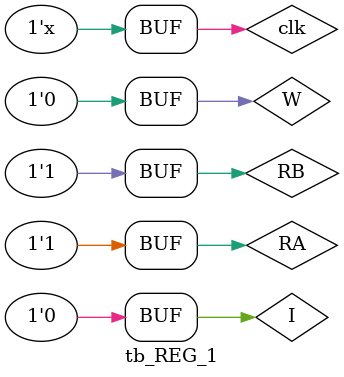
<source format=v>


`timescale 1ns/1ns
module tb_REG_1();
	reg clk, W, RA, RB, I;
	wire OutA, OutB;
	
	initial begin
		clk = 0;
		W = 0;
		RA = 0;
		RB = 0;
		
		I = 1;
		#4 W = 1;
		#2 W = 0;
		RA = 1;
		
		I = 0;
		#8 W = 1;
		#2 W = 0;
		RB = 1;
		end
	always #5 clk = ~clk;
	//REG_1(OutA, OutB, I, W, RA, RB, clk);
	REG_1 reg1(OutA, OutB, I, W, RA, RB, clk);
	
endmodule

	
</source>
